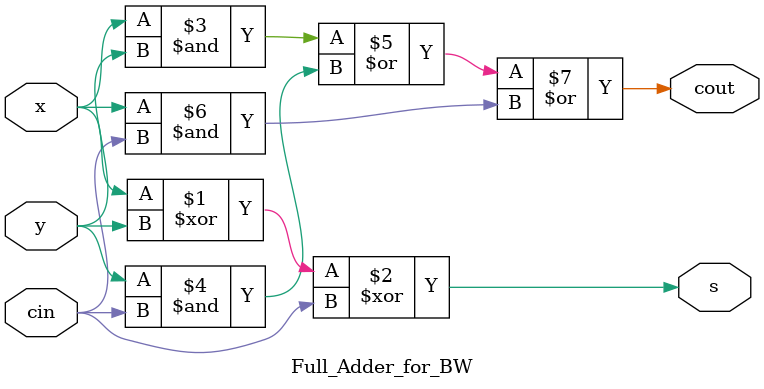
<source format=v>
`timescale 1ns / 1ps



module Full_Adder_for_BW(x,y,cin,s,cout);

input x,y,cin;
output s,cout;

assign s = x^y^cin;
assign cout = (x&y)|(y&cin)|(x&cin);

endmodule


</source>
